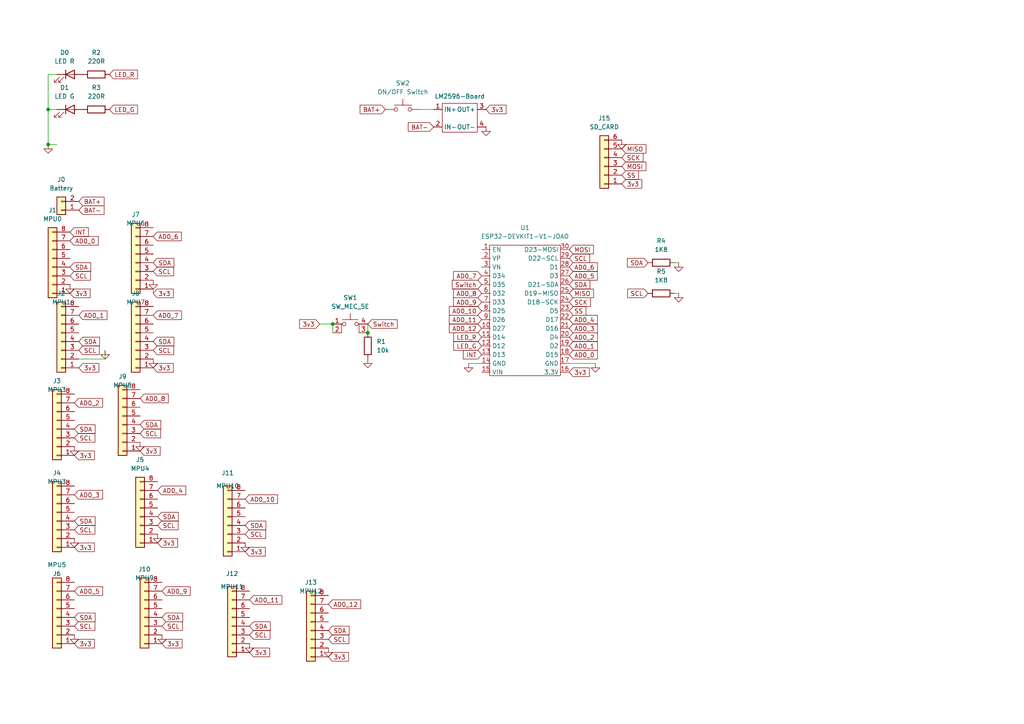
<source format=kicad_sch>
(kicad_sch (version 20211123) (generator eeschema)
  (paper "A4")
  (title_block (title "First Board") (date "2023-07-02") (rev "V0") (company "Gait Analysis project") (comment 1 "João Pedro Lima de Albuquerque") (comment 2 "Gabriel Lopes Sampaio Agune") (comment 3 "Guilherme Rodrigues de Amorim") (comment 4 "Indra Luisa Nascimento Marques"))
  (lib_symbols
    (symbol "Connector_Generic:Conn_01x02" (pin_names (offset 1.016) hide)
      (property "Reference" "J" (at 0 2.54 0))
      (property "Value" "Conn_01x02" (at 0 -5.08 0))
      (symbol "Conn_01x02_1_1"
        (rectangle (start -1.27 -2.413) (end 0 -2.667) (stroke (width 0.1524)))
        (rectangle (start -1.27 0.127) (end 0 -0.127) (stroke (width 0.1524)))
        (rectangle (start -1.27 1.27) (end 1.27 -3.81) (stroke (width 0.254)) (fill (type background)))
        (pin passive line (at -5.08 0 0) (length 3.81) (name "Pin_1") (number "1"))
        (pin passive line (at -5.08 -2.54 0) (length 3.81) (name "Pin_2") (number "2"))
      )
    )
    (symbol "Connector_Generic:Conn_01x06" (pin_names (offset 1.016) hide)
      (property "Reference" "J" (at 0 7.62 0))
      (property "Value" "Conn_01x06" (at 0 -10.16 0))
      (symbol "Conn_01x06_1_1"
        (rectangle (start -1.27 -7.493) (end 0 -7.747) (stroke (width 0.1524)))
        (rectangle (start -1.27 -4.953) (end 0 -5.207) (stroke (width 0.1524)))
        (rectangle (start -1.27 -2.413) (end 0 -2.667) (stroke (width 0.1524)))
        (rectangle (start -1.27 0.127) (end 0 -0.127) (stroke (width 0.1524)))
        (rectangle (start -1.27 2.667) (end 0 2.413) (stroke (width 0.1524)))
        (rectangle (start -1.27 5.207) (end 0 4.953) (stroke (width 0.1524)))
        (rectangle (start -1.27 6.35) (end 1.27 -8.89) (stroke (width 0.254)) (fill (type background)))
        (pin passive line (at -5.08 5.08 0) (length 3.81) (name "Pin_1") (number "1"))
        (pin passive line (at -5.08 2.54 0) (length 3.81) (name "Pin_2") (number "2"))
        (pin passive line (at -5.08 0 0) (length 3.81) (name "Pin_3") (number "3"))
        (pin passive line (at -5.08 -2.54 0) (length 3.81) (name "Pin_4") (number "4"))
        (pin passive line (at -5.08 -5.08 0) (length 3.81) (name "Pin_5") (number "5"))
        (pin passive line (at -5.08 -7.62 0) (length 3.81) (name "Pin_6") (number "6"))
      )
    )
    (symbol "Connector_Generic:Conn_01x08" (pin_names (offset 1.016) hide)
      (property "Reference" "J" (at 0 10.16 0))
      (property "Value" "Conn_01x08" (at 0 -12.7 0))
      (symbol "Conn_01x08_1_1"
        (rectangle (start -1.27 -10.033) (end 0 -10.287) (stroke (width 0.1524)))
        (rectangle (start -1.27 -7.493) (end 0 -7.747) (stroke (width 0.1524)))
        (rectangle (start -1.27 -4.953) (end 0 -5.207) (stroke (width 0.1524)))
        (rectangle (start -1.27 -2.413) (end 0 -2.667) (stroke (width 0.1524)))
        (rectangle (start -1.27 0.127) (end 0 -0.127) (stroke (width 0.1524)))
        (rectangle (start -1.27 2.667) (end 0 2.413) (stroke (width 0.1524)))
        (rectangle (start -1.27 5.207) (end 0 4.953) (stroke (width 0.1524)))
        (rectangle (start -1.27 7.747) (end 0 7.493) (stroke (width 0.1524)))
        (rectangle (start -1.27 8.89) (end 1.27 -11.43) (stroke (width 0.254)) (fill (type background)))
        (pin passive line (at -5.08 7.62 0) (length 3.81) (name "Pin_1") (number "1"))
        (pin passive line (at -5.08 5.08 0) (length 3.81) (name "Pin_2") (number "2"))
        (pin passive line (at -5.08 2.54 0) (length 3.81) (name "Pin_3") (number "3"))
        (pin passive line (at -5.08 0 0) (length 3.81) (name "Pin_4") (number "4"))
        (pin passive line (at -5.08 -2.54 0) (length 3.81) (name "Pin_5") (number "5"))
        (pin passive line (at -5.08 -5.08 0) (length 3.81) (name "Pin_6") (number "6"))
        (pin passive line (at -5.08 -7.62 0) (length 3.81) (name "Pin_7") (number "7"))
        (pin passive line (at -5.08 -10.16 0) (length 3.81) (name "Pin_8") (number "8"))
      )
    )
    (symbol "Device:LED" (pin_numbers hide) (pin_names (offset 1.016) hide)
      (property "Reference" "D" (at 0 2.54 0))
      (property "Value" "LED" (at 0 -2.54 0))
      (symbol "LED_0_1"
        (polyline (pts (xy -1.27 -1.27) (xy -1.27 1.27)) (stroke (width 0.254)))
        (polyline (pts (xy -1.27 0) (xy 1.27 0)))
        (polyline (pts (xy 1.27 -1.27) (xy 1.27 1.27) (xy -1.27 0) (xy 1.27 -1.27)) (stroke (width 0.254)))
        (polyline (pts (xy -3.048 -0.762) (xy -4.572 -2.286) (xy -3.81 -2.286) (xy -4.572 -2.286) (xy -4.572 -1.524)))
        (polyline (pts (xy -1.778 -0.762) (xy -3.302 -2.286) (xy -2.54 -2.286) (xy -3.302 -2.286) (xy -3.302 -1.524)))
      )
      (symbol "LED_1_1"
        (pin passive line (at -3.81 0 0) (length 2.54) (name "K") (number "1"))
        (pin passive line (at 3.81 0 180) (length 2.54) (name "A") (number "2"))
      )
    )
    (symbol "Device:R" (pin_numbers hide) (pin_names (offset 0))
      (property "Reference" "R" (at 2.032 0 90))
      (property "Value" "R" (at 0 0 90))
      (symbol "R_0_1"
        (rectangle (start -1.016 -2.54) (end 1.016 2.54) (stroke (width 0.254)))
      )
      (symbol "R_1_1"
        (pin passive line (at 0 3.81 270) (length 1.27) (name "~") (number "1"))
        (pin passive line (at 0 -3.81 90) (length 1.27) (name "~") (number "2"))
      )
    )
    (symbol "Switch:SW_MEC_5E" (pin_names (offset 1.016) hide)
      (property "Reference" "SW" (at 0.635 5.715 0))
      (property "Value" "SW_MEC_5E" (at 0 -3.175 0))
      (symbol "SW_MEC_5E_0_1"
        (circle (center -1.778 2.54) (radius 0.508))
        (polyline (pts (xy -2.286 3.81) (xy 2.286 3.81)))
        (polyline (pts (xy 0 3.81) (xy 0 5.588)))
        (polyline (pts (xy -2.54 0) (xy -2.54 2.54) (xy -2.286 2.54)))
        (polyline (pts (xy 2.54 0) (xy 2.54 2.54) (xy 2.286 2.54)))
        (circle (center 1.778 2.54) (radius 0.508))
        (pin passive line (at -5.08 2.54 0) (length 2.54) (name "1") (number "1"))
        (pin passive line (at -5.08 0 0) (length 2.54) (name "2") (number "2"))
        (pin passive line (at 5.08 0 180) (length 2.54) (name "K") (number "3"))
        (pin passive line (at 5.08 2.54 180) (length 2.54) (name "A") (number "4"))
      )
    )
    (symbol "Switch:SW_MEC_5G" (pin_numbers hide) (pin_names (offset 1.016) hide)
      (property "Reference" "SW" (at 1.27 2.54 0))
      (property "Value" "SW_MEC_5G" (at 0 -1.524 0))
      (symbol "SW_MEC_5G_0_1"
        (circle (center -2.032 0) (radius 0.508))
        (polyline (pts (xy 0 1.27) (xy 0 3.048)))
        (polyline (pts (xy 2.54 1.27) (xy -2.54 1.27)))
        (circle (center 2.032 0) (radius 0.508))
        (pin passive line (at -5.08 0 0) (length 2.54) (name "A") (number "1"))
        (pin passive line (at 5.08 0 180) (length 2.54) (name "B") (number "3"))
      )
      (symbol "SW_MEC_5G_1_1"
        (pin passive line (at -5.08 0 0) (length 2.54) hide (name "A") (number "2"))
        (pin passive line (at 5.08 0 180) (length 2.54) hide (name "B") (number "4"))
      )
    )
    (symbol "TCC_Library:ESP32-DEVKIT1-V1-JOAO"
      (property "Reference" "U" (at -1.778 32.004 0))
      (property "Value" "ESP32-DEVKIT1-V1-JOAO" (at -1.778 32.004 0))
      (symbol "ESP32-DEVKIT1-V1-JOAO_0_1"
        (rectangle (start -10.414 21.59) (end 10.16 -16.256))
      )
      (symbol "ESP32-DEVKIT1-V1-JOAO_1_1"
        (pin input line (at -12.7 20.32 0) (length 2.54) (name "EN") (number "1"))
        (pin input line (at -12.7 -2.54 0) (length 2.54) (name "D27") (number "10"))
        (pin input line (at -12.7 -5.08 0) (length 2.54) (name "D14") (number "11"))
        (pin input line (at -12.7 -7.62 0) (length 2.54) (name "D12") (number "12"))
        (pin input line (at -12.7 -10.16 0) (length 2.54) (name "D13") (number "13"))
        (pin power_out line (at -12.7 -12.7 0) (length 2.54) (name "GND") (number "14"))
        (pin power_in line (at -12.7 -15.24 0) (length 2.54) (name "VIN") (number "15"))
        (pin input line (at 12.7 -15.24 180) (length 2.54) (name "3.3V") (number "16"))
        (pin power_out line (at 12.7 -12.7 180) (length 2.54) (name "GND") (number "17"))
        (pin input line (at 12.7 -10.16 180) (length 2.54) (name "D15") (number "18"))
        (pin input line (at 12.7 -7.62 180) (length 2.54) (name "D2") (number "19"))
        (pin input line (at -12.7 17.78 0) (length 2.54) (name "VP") (number "2"))
        (pin input line (at 12.7 -5.08 180) (length 2.54) (name "D4") (number "20"))
        (pin input line (at 12.7 -2.54 180) (length 2.54) (name "D16") (number "21"))
        (pin input line (at 12.7 0 180) (length 2.54) (name "D17") (number "22"))
        (pin input line (at 12.7 2.54 180) (length 2.54) (name "D5") (number "23"))
        (pin input line (at 12.7 5.08 180) (length 2.54) (name "D18-SCK") (number "24"))
        (pin input line (at 12.7 7.62 180) (length 2.54) (name "D19-MISO") (number "25"))
        (pin input line (at 12.7 10.16 180) (length 2.54) (name "D21-SDA") (number "26"))
        (pin input line (at 12.7 12.7 180) (length 2.54) (name "D3") (number "27"))
        (pin input line (at 12.7 15.24 180) (length 2.54) (name "D1") (number "28"))
        (pin output line (at 12.7 17.78 180) (length 2.54) (name "D22-SCL") (number "29"))
        (pin input line (at -12.7 15.24 0) (length 2.54) (name "VN") (number "3"))
        (pin output line (at 12.7 20.32 180) (length 2.54) (name "D23-MOSI") (number "30"))
        (pin input line (at -12.7 12.7 0) (length 2.54) (name "D34") (number "4"))
        (pin input line (at -12.7 10.16 0) (length 2.54) (name "D35") (number "5"))
        (pin input line (at -12.7 7.62 0) (length 2.54) (name "D32") (number "6"))
        (pin input line (at -12.7 5.08 0) (length 2.54) (name "D33") (number "7"))
        (pin input line (at -12.7 2.54 0) (length 2.54) (name "D25") (number "8"))
        (pin input line (at -12.7 0 0) (length 2.54) (name "D26") (number "9"))
      )
    )
    (symbol "TCC_Library:LM2596-Board"
      (property "Value" "LM2596-Board" (at -0.254 5.588 0))
      (symbol "LM2596-Board_0_1"
        (rectangle (start 5.08 4.318) (end -5.08 -4.064))
      )
      (symbol "LM2596-Board_1_1"
        (pin input line (at -7.62 2.54 0) (length 2.54) (name "IN+") (number "1"))
        (pin input line (at -7.62 -2.54 0) (length 2.54) (name "IN-") (number "2"))
        (pin input line (at 7.62 2.54 180) (length 2.54) (name "OUT+") (number "3"))
        (pin input line (at 7.62 -2.54 180) (length 2.54) (name "OUT-") (number "4"))
      )
    )
    (symbol "power:GND" (power) (pin_names (offset 0))
      (property "Value" "GND" (at 0 -3.81 0))
      (symbol "GND_0_1"
        (polyline (pts (xy 0 0) (xy 0 -1.27) (xy 1.27 -1.27) (xy 0 -2.54) (xy -1.27 -1.27) (xy 0 -1.27)))
      )
      (symbol "GND_1_1"
        (pin power_in line (at 0 0 270) (length 0) hide (name "GND") (number "1"))
      )
    )
  )
  (junction (at 13.97 41.91))
  (junction (at 13.97 31.75))
  (junction (at 106.68 96.52))
  (junction (at 96.52 93.98))
  (wire (pts (xy 44.45 83.82) (xy 44.45 85.09)))
  (wire (pts (xy 16.51 21.59) (xy 13.97 21.59)))
  (wire (pts (xy 106.68 93.98) (xy 106.68 96.52)))
  (wire (pts (xy 13.97 31.75) (xy 13.97 41.91)))
  (wire (pts (xy 92.71 93.98) (xy 96.52 93.98)))
  (wire (pts (xy 96.52 93.98) (xy 96.52 96.52)))
  (wire (pts (xy 16.51 31.75) (xy 13.97 31.75)))
  (wire (pts (xy 13.97 21.59) (xy 13.97 31.75)))
  (wire (pts (xy 196.85 85.09) (xy 195.58 85.09)))
  (wire (pts (xy 121.92 31.75) (xy 125.73 31.75)))
  (wire (pts (xy 22.86 104.14) (xy 30.48 104.14)))
  (wire (pts (xy 30.48 104.14) (xy 30.48 101.6)))
  (wire (pts (xy 196.85 76.2) (xy 195.58 76.2)))
  (wire (pts (xy 172.72 105.41) (xy 165.1 105.41)))
  (wire (pts (xy 135.89 105.41) (xy 139.7 105.41)))
  (wire (pts (xy 13.97 41.91) (xy 16.51 41.91)))
  (global_label "3v3" (shape input) (at 44.45 85.09 0) (property "Intersheet References" "${INTERSHEET_REFS}" (effects hide)))
  (global_label "AD0_9" (shape input) (at 139.7 87.63 180) (property "Intersheet References" "${INTERSHEET_REFS}" (effects hide)))
  (global_label "LED_G" (shape input) (at 139.7 100.33 180) (property "Intersheet References" "${INTERSHEET_REFS}" (effects hide)))
  (global_label "SCL" (shape input) (at 21.59 127 0) (property "Intersheet References" "${INTERSHEET_REFS}" (effects hide)))
  (global_label "SDA" (shape input) (at 72.39 181.61 0) (property "Intersheet References" "${INTERSHEET_REFS}" (effects hide)))
  (global_label "LED_R" (shape input) (at 139.7 97.79 180) (property "Intersheet References" "${INTERSHEET_REFS}" (effects hide)))
  (global_label "SDA" (shape input) (at 165.1 82.55 0) (property "Intersheet References" "${INTERSHEET_REFS}" (effects hide)))
  (global_label "BAT-" (shape input) (at 125.73 36.83 180) (property "Intersheet References" "${INTERSHEET_REFS}" (effects hide)))
  (global_label "Switch" (shape input) (at 139.7 82.55 180) (property "Intersheet References" "${INTERSHEET_REFS}" (effects hide)))
  (global_label "AD0_4" (shape input) (at 165.1 92.71 0) (property "Intersheet References" "${INTERSHEET_REFS}" (effects hide)))
  (global_label "AD0_7" (shape input) (at 139.7 80.01 180) (property "Intersheet References" "${INTERSHEET_REFS}" (effects hide)))
  (global_label "SCL" (shape input) (at 71.12 154.94 0) (property "Intersheet References" "${INTERSHEET_REFS}" (effects hide)))
  (global_label "3v3" (shape input) (at 165.1 107.95 0) (property "Intersheet References" "${INTERSHEET_REFS}" (effects hide)))
  (global_label "3v3" (shape input) (at 21.59 186.69 0) (property "Intersheet References" "${INTERSHEET_REFS}" (effects hide)))
  (global_label "AD0_8" (shape input) (at 139.7 85.09 180) (property "Intersheet References" "${INTERSHEET_REFS}" (effects hide)))
  (global_label "MISO" (shape input) (at 165.1 85.09 0) (property "Intersheet References" "${INTERSHEET_REFS}" (effects hide)))
  (global_label "AD0_6" (shape input) (at 165.1 77.47 0) (property "Intersheet References" "${INTERSHEET_REFS}" (effects hide)))
  (global_label "SCL" (shape input) (at 187.96 85.09 180) (property "Intersheet References" "${INTERSHEET_REFS}" (effects hide)))
  (global_label "AD0_5" (shape input) (at 165.1 80.01 0) (property "Intersheet References" "${INTERSHEET_REFS}" (effects hide)))
  (global_label "AD0_0" (shape input) (at 20.32 69.85 0) (property "Intersheet References" "${INTERSHEET_REFS}" (effects hide)))
  (global_label "LED_R" (shape input) (at 31.75 21.59 0) (property "Intersheet References" "${INTERSHEET_REFS}" (effects hide)))
  (global_label "AD0_11" (shape input) (at 139.7 92.71 180) (property "Intersheet References" "${INTERSHEET_REFS}" (effects hide)))
  (global_label "SDA" (shape input) (at 45.72 149.86 0) (property "Intersheet References" "${INTERSHEET_REFS}" (effects hide)))
  (global_label "SCL" (shape input) (at 45.72 152.4 0) (property "Intersheet References" "${INTERSHEET_REFS}" (effects hide)))
  (global_label "LED_G" (shape input) (at 31.75 31.75 0) (property "Intersheet References" "${INTERSHEET_REFS}" (effects hide)))
  (global_label "MISO" (shape input) (at 180.34 43.18 0) (property "Intersheet References" "${INTERSHEET_REFS}" (effects hide)))
  (global_label "3v3" (shape input) (at 95.25 190.5 0) (property "Intersheet References" "${INTERSHEET_REFS}" (effects hide)))
  (global_label "3v3" (shape input) (at 180.34 53.34 0) (property "Intersheet References" "${INTERSHEET_REFS}" (effects hide)))
  (global_label "AD0_7" (shape input) (at 44.45 91.44 0) (property "Intersheet References" "${INTERSHEET_REFS}" (effects hide)))
  (global_label "MOSI" (shape input) (at 165.1 72.39 0) (property "Intersheet References" "${INTERSHEET_REFS}" (effects hide)))
  (global_label "SS" (shape input) (at 165.1 90.17 0) (property "Intersheet References" "${INTERSHEET_REFS}" (effects hide)))
  (global_label "SCK" (shape input) (at 180.34 45.72 0) (property "Intersheet References" "${INTERSHEET_REFS}" (effects hide)))
  (global_label "AD0_2" (shape input) (at 165.1 97.79 0) (property "Intersheet References" "${INTERSHEET_REFS}" (effects hide)))
  (global_label "SDA" (shape input) (at 20.32 77.47 0) (property "Intersheet References" "${INTERSHEET_REFS}" (effects hide)))
  (global_label "3v3" (shape input) (at 20.32 85.09 0) (property "Intersheet References" "${INTERSHEET_REFS}" (effects hide)))
  (global_label "SCL" (shape input) (at 40.64 125.73 0) (property "Intersheet References" "${INTERSHEET_REFS}" (effects hide)))
  (global_label "3v3" (shape input) (at 46.99 186.69 0) (property "Intersheet References" "${INTERSHEET_REFS}" (effects hide)))
  (global_label "SS" (shape input) (at 180.34 50.8 0) (property "Intersheet References" "${INTERSHEET_REFS}" (effects hide)))
  (global_label "AD0_4" (shape input) (at 45.72 142.24 0) (property "Intersheet References" "${INTERSHEET_REFS}" (effects hide)))
  (global_label "AD0_5" (shape input) (at 21.59 171.45 0) (property "Intersheet References" "${INTERSHEET_REFS}" (effects hide)))
  (global_label "SCL" (shape input) (at 95.25 185.42 0) (property "Intersheet References" "${INTERSHEET_REFS}" (effects hide)))
  (global_label "SCK" (shape input) (at 165.1 87.63 0) (property "Intersheet References" "${INTERSHEET_REFS}" (effects hide)))
  (global_label "AD0_10" (shape input) (at 139.7 90.17 180) (property "Intersheet References" "${INTERSHEET_REFS}" (effects hide)))
  (global_label "SDA" (shape input) (at 95.25 182.88 0) (property "Intersheet References" "${INTERSHEET_REFS}" (effects hide)))
  (global_label "AD0_1" (shape input) (at 22.86 91.44 0) (property "Intersheet References" "${INTERSHEET_REFS}" (effects hide)))
  (global_label "3v3" (shape input) (at 140.97 31.75 0) (property "Intersheet References" "${INTERSHEET_REFS}" (effects hide)))
  (global_label "Switch" (shape input) (at 106.68 93.98 0) (property "Intersheet References" "${INTERSHEET_REFS}" (effects hide)))
  (global_label "SDA" (shape input) (at 44.45 76.2 0) (property "Intersheet References" "${INTERSHEET_REFS}" (effects hide)))
  (global_label "SDA" (shape input) (at 22.86 99.06 0) (property "Intersheet References" "${INTERSHEET_REFS}" (effects hide)))
  (global_label "SDA" (shape input) (at 21.59 124.46 0) (property "Intersheet References" "${INTERSHEET_REFS}" (effects hide)))
  (global_label "SDA" (shape input) (at 71.12 152.4 0) (property "Intersheet References" "${INTERSHEET_REFS}" (effects hide)))
  (global_label "3v3" (shape input) (at 44.45 106.68 0) (property "Intersheet References" "${INTERSHEET_REFS}" (effects hide)))
  (global_label "AD0_12" (shape input) (at 95.25 175.26 0) (property "Intersheet References" "${INTERSHEET_REFS}" (effects hide)))
  (global_label "INT" (shape input) (at 20.32 67.31 0) (property "Intersheet References" "${INTERSHEET_REFS}" (effects hide)))
  (global_label "AD0_1" (shape input) (at 165.1 100.33 0) (property "Intersheet References" "${INTERSHEET_REFS}" (effects hide)))
  (global_label "AD0_8" (shape input) (at 40.64 115.57 0) (property "Intersheet References" "${INTERSHEET_REFS}" (effects hide)))
  (global_label "AD0_6" (shape input) (at 44.45 68.58 0) (property "Intersheet References" "${INTERSHEET_REFS}" (effects hide)))
  (global_label "AD0_9" (shape input) (at 46.99 171.45 0) (property "Intersheet References" "${INTERSHEET_REFS}" (effects hide)))
  (global_label "AD0_11" (shape input) (at 72.39 173.99 0) (property "Intersheet References" "${INTERSHEET_REFS}" (effects hide)))
  (global_label "BAT+" (shape input) (at 111.76 31.75 180) (property "Intersheet References" "${INTERSHEET_REFS}" (effects hide)))
  (global_label "3v3" (shape input) (at 22.86 106.68 0) (property "Intersheet References" "${INTERSHEET_REFS}" (effects hide)))
  (global_label "AD0_3" (shape input) (at 21.59 143.51 0) (property "Intersheet References" "${INTERSHEET_REFS}" (effects hide)))
  (global_label "3v3" (shape input) (at 21.59 132.08 0) (property "Intersheet References" "${INTERSHEET_REFS}" (effects hide)))
  (global_label "3v3" (shape input) (at 72.39 189.23 0) (property "Intersheet References" "${INTERSHEET_REFS}" (effects hide)))
  (global_label "3v3" (shape input) (at 92.71 93.98 180) (property "Intersheet References" "${INTERSHEET_REFS}" (effects hide)))
  (global_label "SCL" (shape input) (at 21.59 153.67 0) (property "Intersheet References" "${INTERSHEET_REFS}" (effects hide)))
  (global_label "INT" (shape input) (at 139.7 102.87 180) (property "Intersheet References" "${INTERSHEET_REFS}" (effects hide)))
  (global_label "SCL" (shape input) (at 72.39 184.15 0) (property "Intersheet References" "${INTERSHEET_REFS}" (effects hide)))
  (global_label "SCL" (shape input) (at 165.1 74.93 0) (property "Intersheet References" "${INTERSHEET_REFS}" (effects hide)))
  (global_label "SCL" (shape input) (at 44.45 78.74 0) (property "Intersheet References" "${INTERSHEET_REFS}" (effects hide)))
  (global_label "3v3" (shape input) (at 45.72 157.48 0) (property "Intersheet References" "${INTERSHEET_REFS}" (effects hide)))
  (global_label "SCL" (shape input) (at 21.59 181.61 0) (property "Intersheet References" "${INTERSHEET_REFS}" (effects hide)))
  (global_label "SCL" (shape input) (at 46.99 181.61 0) (property "Intersheet References" "${INTERSHEET_REFS}" (effects hide)))
  (global_label "SDA" (shape input) (at 40.64 123.19 0) (property "Intersheet References" "${INTERSHEET_REFS}" (effects hide)))
  (global_label "AD0_0" (shape input) (at 165.1 102.87 0) (property "Intersheet References" "${INTERSHEET_REFS}" (effects hide)))
  (global_label "MOSI" (shape input) (at 180.34 48.26 0) (property "Intersheet References" "${INTERSHEET_REFS}" (effects hide)))
  (global_label "AD0_10" (shape input) (at 71.12 144.78 0) (property "Intersheet References" "${INTERSHEET_REFS}" (effects hide)))
  (global_label "SCL" (shape input) (at 22.86 101.6 0) (property "Intersheet References" "${INTERSHEET_REFS}" (effects hide)))
  (global_label "AD0_2" (shape input) (at 21.59 116.84 0) (property "Intersheet References" "${INTERSHEET_REFS}" (effects hide)))
  (global_label "SDA" (shape input) (at 46.99 179.07 0) (property "Intersheet References" "${INTERSHEET_REFS}" (effects hide)))
  (global_label "AD0_3" (shape input) (at 165.1 95.25 0) (property "Intersheet References" "${INTERSHEET_REFS}" (effects hide)))
  (global_label "SCL" (shape input) (at 20.32 80.01 0) (property "Intersheet References" "${INTERSHEET_REFS}" (effects hide)))
  (global_label "BAT-" (shape input) (at 22.86 60.96 0) (property "Intersheet References" "${INTERSHEET_REFS}" (effects hide)))
  (global_label "SDA" (shape input) (at 187.96 76.2 180) (property "Intersheet References" "${INTERSHEET_REFS}" (effects hide)))
  (global_label "SCL" (shape input) (at 44.45 101.6 0) (property "Intersheet References" "${INTERSHEET_REFS}" (effects hide)))
  (global_label "3v3" (shape input) (at 71.12 160.02 0) (property "Intersheet References" "${INTERSHEET_REFS}" (effects hide)))
  (global_label "3v3" (shape input) (at 21.59 158.75 0) (property "Intersheet References" "${INTERSHEET_REFS}" (effects hide)))
  (global_label "3v3" (shape input) (at 40.64 130.81 0) (property "Intersheet References" "${INTERSHEET_REFS}" (effects hide)))
  (global_label "SDA" (shape input) (at 44.45 99.06 0) (property "Intersheet References" "${INTERSHEET_REFS}" (effects hide)))
  (global_label "BAT+" (shape input) (at 22.86 58.42 0) (property "Intersheet References" "${INTERSHEET_REFS}" (effects hide)))
  (global_label "SDA" (shape input) (at 21.59 179.07 0) (property "Intersheet References" "${INTERSHEET_REFS}" (effects hide)))
  (global_label "AD0_12" (shape input) (at 139.7 95.25 180) (property "Intersheet References" "${INTERSHEET_REFS}" (effects hide)))
  (global_label "SDA" (shape input) (at 21.59 151.13 0) (property "Intersheet References" "${INTERSHEET_REFS}" (effects hide)))
  (symbol (lib_id "power:GND") (at 95.25 187.96 0) (unit 1)
    (property "Reference" "#PWR0103" (effects hide))
    (property "Value" "GND" (effects hide))
  )
  (symbol (lib_id "TCC_Library:ESP32-DEVKIT1-V1-JOAO") (at 152.4 92.71 0) (unit 1)
    (property "Reference" "U1" (at 152.273 66.04 0))
    (property "Value" "ESP32-DEVKIT1-V1-JOAO" (at 152.273 68.58 0))
    (property "Footprint" "TCC_FOOTPRINTS:MODULE_ESP32_DEVKIT_V1" (effects hide))
  )
  (symbol (lib_id "Device:LED") (at 20.32 31.75 0) (unit 1)
    (property "Reference" "D1" (at 18.7325 25.4 0))
    (property "Value" "LED G" (at 18.7325 27.94 0))
    (property "Footprint" "Resistor_THT:R_Axial_DIN0204_L3.6mm_D1.6mm_P7.62mm_Horizontal" (effects hide))
  )
  (symbol (lib_id "Connector_Generic:Conn_01x08") (at 35.56 123.19 180) (unit 1)
    (property "Reference" "J9" (at 35.56 109.22 0))
    (property "Value" "MPU8" (at 35.56 111.76 0))
    (property "Footprint" "Connector_PinHeader_2.54mm:PinHeader_1x08_P2.54mm_Vertical" (effects hide))
  )
  (symbol (lib_id "power:GND") (at 71.12 157.48 0) (unit 1)
    (property "Reference" "#PWR0107" (effects hide))
    (property "Value" "GND" (effects hide))
  )
  (symbol (lib_id "Connector_Generic:Conn_01x08") (at 16.51 124.46 180) (unit 1)
    (property "Reference" "J3" (at 16.51 110.49 0))
    (property "Value" "MPU3" (at 16.51 113.03 0))
    (property "Footprint" "Connector_PinHeader_2.54mm:PinHeader_1x08_P2.54mm_Vertical" (effects hide))
  )
  (symbol (lib_id "power:GND") (at 20.32 82.55 0) (unit 1)
    (property "Reference" "#PWR0109" (effects hide))
    (property "Value" "GND" (effects hide))
  )
  (symbol (lib_id "Switch:SW_MEC_5G") (at 116.84 31.75 0) (unit 1)
    (property "Reference" "SW2" (at 116.84 24.13 0))
    (property "Value" "ON/OFF Switch" (at 116.84 26.67 0))
    (property "Datasheet" "http://www.apem.com/int/index.php?controller=attachment&id_attachment=488" (effects hide))
  )
  (symbol (lib_id "power:GND") (at 72.39 186.69 0) (unit 1)
    (property "Reference" "#PWR0105" (effects hide))
    (property "Value" "GND" (effects hide))
  )
  (symbol (lib_id "Device:R") (at 191.77 85.09 90) (unit 1)
    (property "Reference" "R5" (at 191.77 78.74 90))
    (property "Value" "1K8" (at 191.77 81.28 90))
    (property "Footprint" "Resistor_THT:R_Axial_DIN0207_L6.3mm_D2.5mm_P10.16mm_Horizontal" (effects hide))
  )
  (symbol (lib_id "power:GND") (at 180.34 40.64 0) (unit 1)
    (property "Reference" "#PWR0118" (effects hide))
    (property "Value" "GND" (effects hide))
  )
  (symbol (lib_id "Switch:SW_MEC_5E") (at 101.6 96.52 0) (unit 1)
    (property "Reference" "SW1" (at 101.6 86.36 0))
    (property "Value" "SW_MEC_5E" (at 101.6 88.9 0))
    (property "Datasheet" "http://www.apem.com/int/index.php?controller=attachment&id_attachment=1371" (effects hide))
  )
  (symbol (lib_id "Connector_Generic:Conn_01x06") (at 175.26 48.26 180) (unit 1)
    (property "Reference" "J15" (at 175.26 34.29 0))
    (property "Value" "SD_CARD" (at 175.26 36.83 0))
    (property "Footprint" "Connector_PinHeader_2.54mm:PinHeader_1x06_P2.54mm_Vertical" (effects hide))
  )
  (symbol (lib_id "power:GND") (at 106.68 104.14 0) (unit 1)
    (property "Reference" "#PWR01" (effects hide))
    (property "Value" "GND" (effects hide))
  )
  (symbol (lib_id "Connector_Generic:Conn_01x08") (at 66.04 152.4 180) (unit 1)
    (property "Reference" "J11" (at 66.04 137.16 0))
    (property "Value" "MPU10" (at 66.04 140.97 0))
    (property "Footprint" "Connector_PinHeader_2.54mm:PinHeader_1x08_P2.54mm_Vertical" (effects hide))
  )
  (symbol (lib_id "power:GND") (at 44.45 104.14 0) (unit 1)
    (property "Reference" "#PWR0112" (effects hide))
    (property "Value" "GND" (effects hide))
  )
  (symbol (lib_id "power:GND") (at 196.85 85.09 0) (unit 1)
    (property "Reference" "#PWR02" (effects hide))
    (property "Value" "GND" (effects hide))
  )
  (symbol (lib_id "Device:R") (at 27.94 21.59 90) (unit 1)
    (property "Reference" "R2" (at 27.94 15.24 90))
    (property "Value" "220R" (at 27.94 17.78 90))
    (property "Footprint" "Resistor_THT:R_Axial_DIN0207_L6.3mm_D2.5mm_P10.16mm_Horizontal" (effects hide))
  )
  (symbol (lib_id "power:GND") (at 21.59 129.54 0) (unit 1)
    (property "Reference" "#PWR0116" (effects hide))
    (property "Value" "GND" (effects hide))
  )
  (symbol (lib_id "Connector_Generic:Conn_01x08") (at 39.37 99.06 180) (unit 1)
    (property "Reference" "J8" (at 39.37 85.09 0))
    (property "Value" "MPU7" (at 39.37 87.63 0))
    (property "Footprint" "Connector_PinHeader_2.54mm:PinHeader_1x08_P2.54mm_Vertical" (effects hide))
  )
  (symbol (lib_id "power:GND") (at 21.59 156.21 0) (unit 1)
    (property "Reference" "#PWR0111" (effects hide))
    (property "Value" "GND" (effects hide))
  )
  (symbol (lib_id "TCC_Library:LM2596-Board") (at 133.35 34.29 0) (unit 1)
    (property "Reference" "U2" (effects hide))
    (property "Value" "LM2596-Board" (at 133.35 27.94 0))
    (property "Footprint" "TCC_FOOTPRINTS:LM2596_Board" (effects hide))
  )
  (symbol (lib_id "power:GND") (at 45.72 154.94 0) (unit 1)
    (property "Reference" "#PWR0106" (effects hide))
    (property "Value" "GND" (effects hide))
  )
  (symbol (lib_id "Connector_Generic:Conn_01x08") (at 90.17 182.88 180) (unit 1)
    (property "Reference" "J13" (at 90.17 168.91 0))
    (property "Value" "MPU12" (at 90.17 171.45 0))
    (property "Footprint" "Connector_PinHeader_2.54mm:PinHeader_1x08_P2.54mm_Vertical" (effects hide))
  )
  (symbol (lib_id "Connector_Generic:Conn_01x08") (at 41.91 179.07 180) (unit 1)
    (property "Reference" "J10" (at 41.91 165.1 0))
    (property "Value" "MPU9" (at 41.91 167.64 0))
    (property "Footprint" "Connector_PinHeader_2.54mm:PinHeader_1x08_P2.54mm_Vertical" (effects hide))
  )
  (symbol (lib_id "power:GND") (at 46.99 184.15 0) (unit 1)
    (property "Reference" "#PWR0114" (effects hide))
    (property "Value" "GND" (effects hide))
  )
  (symbol (lib_id "Device:R") (at 191.77 76.2 270) (unit 1)
    (property "Reference" "R4" (at 191.77 69.85 90))
    (property "Value" "1K8" (at 191.77 72.39 90))
    (property "Footprint" "Resistor_THT:R_Axial_DIN0207_L6.3mm_D2.5mm_P10.16mm_Horizontal" (effects hide))
  )
  (symbol (lib_id "power:GND") (at 140.97 36.83 0) (unit 1)
    (property "Reference" "#PWR0117" (effects hide))
    (property "Value" "GND" (effects hide))
  )
  (symbol (lib_id "Connector_Generic:Conn_01x08") (at 67.31 181.61 180) (unit 1)
    (property "Reference" "J12" (at 67.31 166.37 0))
    (property "Value" "MPU11" (at 67.31 170.18 0))
    (property "Footprint" "Connector_PinHeader_2.54mm:PinHeader_1x08_P2.54mm_Vertical" (effects hide))
  )
  (symbol (lib_id "Connector_Generic:Conn_01x08") (at 40.64 149.86 180) (unit 1)
    (property "Reference" "J5" (at 40.64 133.35 0))
    (property "Value" "MPU4" (at 40.64 135.89 0))
    (property "Footprint" "Connector_PinHeader_2.54mm:PinHeader_1x08_P2.54mm_Vertical" (effects hide))
  )
  (symbol (lib_id "Device:R") (at 27.94 31.75 90) (unit 1)
    (property "Reference" "R3" (at 27.94 25.4 90))
    (property "Value" "220R" (at 27.94 27.94 90))
    (property "Footprint" "Resistor_THT:R_Axial_DIN0207_L6.3mm_D2.5mm_P10.16mm_Horizontal" (effects hide))
  )
  (symbol (lib_id "power:GND") (at 44.45 81.28 0) (unit 1)
    (property "Reference" "#PWR0110" (effects hide))
    (property "Value" "GND" (effects hide))
  )
  (symbol (lib_id "power:GND") (at 40.64 128.27 0) (unit 1)
    (property "Reference" "#PWR0115" (effects hide))
    (property "Value" "GND" (effects hide))
  )
  (symbol (lib_id "Connector_Generic:Conn_01x08") (at 16.51 179.07 180) (unit 1)
    (property "Reference" "J6" (at 16.51 166.37 0))
    (property "Value" "MPU5" (at 16.51 163.83 0))
    (property "Footprint" "Connector_PinHeader_2.54mm:PinHeader_1x08_P2.54mm_Vertical" (effects hide))
  )
  (symbol (lib_id "Device:R") (at 106.68 100.33 0) (unit 1)
    (property "Reference" "R1" (at 109.22 99.0599 0) (effects (justify left)))
    (property "Value" "10k" (at 109.22 101.5999 0) (effects (justify left)))
  )
  (symbol (lib_id "Connector_Generic:Conn_01x08") (at 15.24 77.47 180) (unit 1)
    (property "Reference" "J1" (at 15.24 60.96 0))
    (property "Value" "MPU0" (at 15.24 63.5 0))
    (property "Footprint" "Connector_PinHeader_2.54mm:PinHeader_1x08_P2.54mm_Vertical" (effects hide))
  )
  (symbol (lib_id "Connector_Generic:Conn_01x08") (at 16.51 151.13 180) (unit 1)
    (property "Reference" "J4" (at 16.51 137.16 0))
    (property "Value" "MPU3" (at 16.51 139.7 0))
    (property "Footprint" "Connector_PinHeader_2.54mm:PinHeader_1x08_P2.54mm_Vertical" (effects hide))
  )
  (symbol (lib_id "Device:LED") (at 20.32 21.59 0) (unit 1)
    (property "Reference" "D0" (at 18.7325 15.24 0))
    (property "Value" "LED R" (at 18.7325 17.78 0))
    (property "Footprint" "Resistor_THT:R_Axial_DIN0204_L3.6mm_D1.6mm_P7.62mm_Horizontal" (effects hide))
  )
  (symbol (lib_id "power:GND") (at 172.72 105.41 0) (unit 1)
    (property "Reference" "#PWR0101" (effects hide))
    (property "Value" "GND" (effects hide))
  )
  (symbol (lib_id "Connector_Generic:Conn_01x08") (at 39.37 76.2 180) (unit 1)
    (property "Reference" "J7" (at 39.37 62.23 0))
    (property "Value" "MPU6" (at 39.37 64.77 0))
    (property "Footprint" "Connector_PinHeader_2.54mm:PinHeader_1x08_P2.54mm_Vertical" (effects hide))
  )
  (symbol (lib_id "power:GND") (at 30.48 101.6 0) (unit 1)
    (property "Reference" "#PWR0113" (effects hide))
    (property "Value" "GND" (effects hide))
  )
  (symbol (lib_id "power:GND") (at 135.89 105.41 0) (unit 1)
    (property "Reference" "#PWR0102" (effects hide))
    (property "Value" "GND" (effects hide))
  )
  (symbol (lib_id "Connector_Generic:Conn_01x08") (at 17.78 99.06 180) (unit 1)
    (property "Reference" "J2" (at 17.78 85.09 0))
    (property "Value" "MPU1" (at 17.78 87.63 0))
    (property "Footprint" "Connector_PinHeader_2.54mm:PinHeader_1x08_P2.54mm_Vertical" (effects hide))
  )
  (symbol (lib_id "Connector_Generic:Conn_01x02") (at 17.78 60.96 180) (unit 1)
    (property "Reference" "J0" (at 17.78 52.07 0))
    (property "Value" "Battery" (at 17.78 54.61 0))
    (property "Footprint" "Connector_PinHeader_2.54mm:PinHeader_1x02_P2.54mm_Vertical" (effects hide))
  )
  (symbol (lib_id "power:GND") (at 13.97 41.91 0) (unit 1)
    (property "Reference" "#PWR0108" (effects hide))
    (property "Value" "GND" (effects hide))
  )
  (symbol (lib_id "power:GND") (at 196.85 76.2 0) (unit 1)
    (property "Reference" "#PWR03" (effects hide))
    (property "Value" "GND" (effects hide))
  )
  (symbol (lib_id "power:GND") (at 21.59 184.15 0) (unit 1)
    (property "Reference" "#PWR0104" (effects hide))
    (property "Value" "GND" (effects hide))
  )
)
</source>
